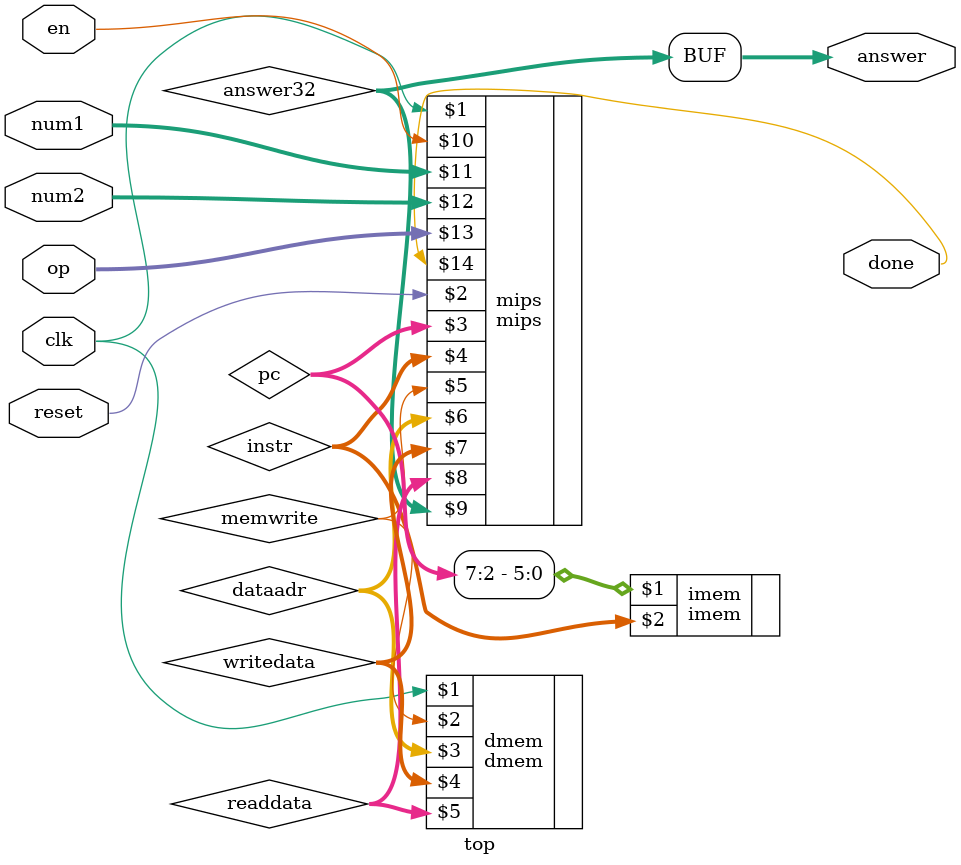
<source format=v>
module top (input clk, reset, en, 
            input [1:0] op,
            input [31:0] num1, num2,
            
//            output [31:0] writedata, dataadr,
//            output memwrite,
            
            output [31:0] answer,
            output done);
            //
            //
            // added op num1 num2 answer done
    wire [31:0] writedata, dataadr;
    wire memwrite;
    
    wire [31:0] answer32;
    
//    assign answer = dataadr[7:0];
    
    assign answer = answer32;
            
    wire [31:0] pc, instr, readdata;
    
    // instantiate processor and memories
    mips mips (clk, reset, pc, instr, memwrite, dataadr,
               writedata, readdata, answer32, en, num1, num2, op, done);
               //
               //
               // added en num1 num2 op done
    imem imem (pc[7:2], instr);
    dmem dmem (clk, memwrite, dataadr, writedata,
               readdata);
               
//    wire clk1Hz;
//    prog_clk #(.N(26), .MAX(50000000)) clk1
//     (.clk(clk), .new_clk(clk1Hz));
endmodule
</source>
